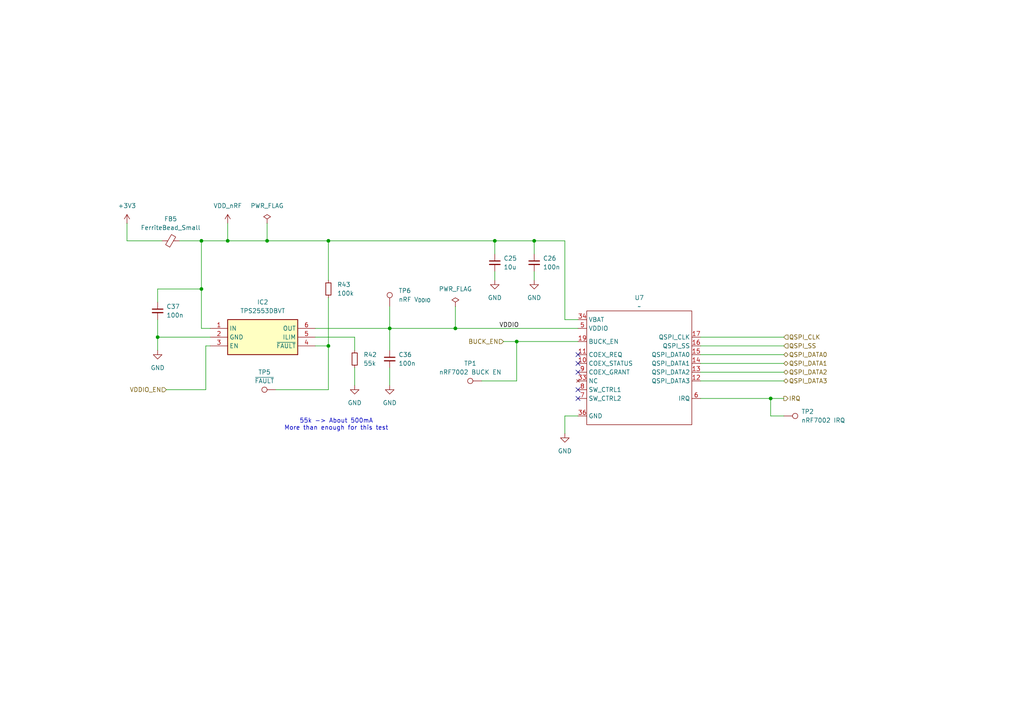
<source format=kicad_sch>
(kicad_sch (version 20231120) (generator "eeschema") (generator_version "8.0")
  (paper "A4")
  (lib_symbols
    (symbol "Connector:TestPoint" (pin_numbers hide) (pin_names (offset 0.762) hide)
      (property "Reference" "TP" (at 0 6.858 0))
      (property "Value" "TestPoint" (at 0 5.08 0))
      (symbol "TestPoint_0_1"
        (circle (center 0 3.302) (radius 0.762))
      )
      (symbol "TestPoint_1_1"
        (pin passive line (at 0 0 90) (length 2.54) (name "1") (number "1"))
      )
    )
    (symbol "Device:C_Small" (pin_numbers hide) (pin_names (offset 0.254) hide)
      (property "Reference" "C" (at 0.254 1.778 0))
      (property "Value" "C_Small" (at 0.254 -2.032 0))
      (symbol "C_Small_0_1"
        (polyline (pts (xy -1.524 -0.508) (xy 1.524 -0.508)) (stroke (width 0.3302)))
        (polyline (pts (xy -1.524 0.508) (xy 1.524 0.508)) (stroke (width 0.3048)))
      )
      (symbol "C_Small_1_1"
        (pin passive line (at 0 2.54 270) (length 2.032) (name "~") (number "1"))
        (pin passive line (at 0 -2.54 90) (length 2.032) (name "~") (number "2"))
      )
    )
    (symbol "Device:FerriteBead_Small" (pin_numbers hide) (pin_names (offset 0))
      (property "Reference" "FB" (at 1.905 1.27 0))
      (property "Value" "FerriteBead_Small" (at 1.905 -1.27 0))
      (symbol "FerriteBead_Small_0_1"
        (polyline (pts (xy 0 -1.27) (xy 0 -0.7874)))
        (polyline (pts (xy 0 0.889) (xy 0 1.2954)))
        (polyline (pts (xy -1.8288 0.2794) (xy -1.1176 1.4986) (xy 1.8288 -0.2032) (xy 1.1176 -1.4224) (xy -1.8288 0.2794)))
      )
      (symbol "FerriteBead_Small_1_1"
        (pin passive line (at 0 2.54 270) (length 1.27) (name "~") (number "1"))
        (pin passive line (at 0 -2.54 90) (length 1.27) (name "~") (number "2"))
      )
    )
    (symbol "Device:R_Small" (pin_numbers hide) (pin_names (offset 0.254) hide)
      (property "Reference" "R" (at 0.762 0.508 0))
      (property "Value" "R_Small" (at 0.762 -1.016 0))
      (symbol "R_Small_0_1"
        (rectangle (start -0.762 1.778) (end 0.762 -1.778) (stroke (width 0.2032)))
      )
      (symbol "R_Small_1_1"
        (pin passive line (at 0 2.54 270) (length 0.762) (name "~") (number "1"))
        (pin passive line (at 0 -2.54 90) (length 0.762) (name "~") (number "2"))
      )
    )
    (symbol "TPS2553DBVT:TPS2553DBVT"
      (property "Reference" "IC" (at 26.67 7.62 0))
      (property "Value" "TPS2553DBVT" (at 26.67 5.08 0))
      (symbol "TPS2553DBVT_1_1"
        (rectangle (start 5.08 2.54) (end 25.4 -7.62) (stroke (width 0.254)) (fill (type background)))
        (pin passive line (at 0 0 0) (length 5.08) (name "IN") (number "1"))
        (pin passive line (at 0 -2.54 0) (length 5.08) (name "GND") (number "2"))
        (pin passive line (at 0 -5.08 0) (length 5.08) (name "EN") (number "3"))
        (pin passive line (at 30.48 -5.08 180) (length 5.08) (name "~{FAULT}") (number "4"))
        (pin passive line (at 30.48 -2.54 180) (length 5.08) (name "ILIM") (number "5"))
        (pin passive line (at 30.48 0 180) (length 5.08) (name "OUT") (number "6"))
      )
    )
    (symbol "nrf7002_module:nrf7002_module"
      (property "Reference" "U" (at 26.67 5.842 0))
      (symbol "nrf7002_module_0_1"
        (rectangle (start 2.54 2.54) (end 33.02 -30.48))
      )
      (symbol "nrf7002_module_1_0"
        (pin no_connect line (at 0 -17.78 0) (length 2.54) (name "NC") (number "33"))
      )
      (symbol "nrf7002_module_1_1"
        (pin no_connect line (at 35.56 -27.94 180) (length 2.54) hide (name "NC") (number "1"))
        (pin input line (at 0 -12.7 0) (length 2.54) (name "COEX_STATUS") (number "10"))
        (pin input line (at 0 -10.16 0) (length 2.54) (name "COEX_REQ") (number "11"))
        (pin bidirectional line (at 35.56 -17.78 180) (length 2.54) (name "QSPI_DATA3") (number "12"))
        (pin bidirectional line (at 35.56 -15.24 180) (length 2.54) (name "QSPI_DATA2") (number "13"))
        (pin bidirectional line (at 35.56 -12.7 180) (length 2.54) (name "QSPI_DATA1") (number "14"))
        (pin bidirectional line (at 35.56 -10.16 180) (length 2.54) (name "QSPI_DATA0") (number "15"))
        (pin input line (at 35.56 -7.62 180) (length 2.54) (name "QSPI_SS") (number "16"))
        (pin input line (at 35.56 -5.08 180) (length 2.54) (name "QSPI_CLK") (number "17"))
        (pin no_connect line (at 35.56 -27.94 180) (length 2.54) hide (name "NC") (number "18"))
        (pin input line (at 0 -6.35 0) (length 2.54) (name "BUCK_EN") (number "19"))
        (pin no_connect line (at 35.56 -27.94 180) (length 2.54) hide (name "NC") (number "2"))
        (pin no_connect line (at 35.56 -27.94 180) (length 2.54) hide (name "VDD_BUCK") (number "20"))
        (pin no_connect line (at 35.56 -27.94 180) (length 2.54) hide (name "NC") (number "21"))
        (pin no_connect line (at 35.56 -27.94 180) (length 2.54) hide (name "NC") (number "22"))
        (pin no_connect line (at 35.56 -27.94 180) (length 2.54) hide (name "NC") (number "23"))
        (pin no_connect line (at 35.56 -27.94 180) (length 2.54) hide (name "NC") (number "24"))
        (pin no_connect line (at 35.56 -27.94 180) (length 2.54) hide (name "NC") (number "25"))
        (pin no_connect line (at 35.56 -27.94 180) (length 2.54) hide (name "NC") (number "26"))
        (pin no_connect line (at 35.56 -27.94 180) (length 2.54) hide (name "NC") (number "27"))
        (pin no_connect line (at 35.56 -27.94 180) (length 2.54) hide (name "NC") (number "28"))
        (pin no_connect line (at 35.56 -27.94 180) (length 2.54) hide (name "NC") (number "29"))
        (pin no_connect line (at 35.56 -27.94 180) (length 2.54) hide (name "NC") (number "3"))
        (pin no_connect line (at 35.56 -27.94 180) (length 2.54) hide (name "NC") (number "30"))
        (pin no_connect line (at 35.56 -27.94 180) (length 2.54) hide (name "NC") (number "31"))
        (pin no_connect line (at 35.56 -27.94 180) (length 2.54) hide (name "PALDO") (number "32"))
        (pin power_in line (at 0 0 0) (length 2.54) (name "VBAT") (number "34"))
        (pin no_connect line (at 35.56 -27.94 180) (length 2.54) hide (name "NC") (number "35"))
        (pin power_in line (at 0 -27.94 0) (length 2.54) (name "GND") (number "36"))
        (pin no_connect line (at 35.56 -27.94 180) (length 2.54) hide (name "PWRIOVDD") (number "4"))
        (pin power_in line (at 0 -2.54 0) (length 2.54) (name "VDDIO") (number "5"))
        (pin output line (at 35.56 -22.86 180) (length 2.54) (name "IRQ") (number "6"))
        (pin input line (at 0 -22.86 0) (length 2.54) (name "SW_CTRL2") (number "7"))
        (pin input line (at 0 -20.32 0) (length 2.54) (name "SW_CTRL1") (number "8"))
        (pin input line (at 0 -15.24 0) (length 2.54) (name "COEX_GRANT") (number "9"))
      )
    )
    (symbol "power:+3V3" (power) (pin_numbers hide) (pin_names (offset 0) hide)
      (property "Value" "+3V3" (at 0 3.556 0))
      (symbol "+3V3_0_1"
        (polyline (pts (xy -0.762 1.27) (xy 0 2.54)))
        (polyline (pts (xy 0 0) (xy 0 2.54)))
        (polyline (pts (xy 0 2.54) (xy 0.762 1.27)))
      )
      (symbol "+3V3_1_1"
        (pin power_in line (at 0 0 90) (length 0) (name "~") (number "1"))
      )
    )
    (symbol "power:GND" (power) (pin_numbers hide) (pin_names (offset 0) hide)
      (property "Value" "GND" (at 0 -3.81 0))
      (symbol "GND_0_1"
        (polyline (pts (xy 0 0) (xy 0 -1.27) (xy 1.27 -1.27) (xy 0 -2.54) (xy -1.27 -1.27) (xy 0 -1.27)))
      )
      (symbol "GND_1_1"
        (pin power_in line (at 0 0 270) (length 0) (name "~") (number "1"))
      )
    )
    (symbol "power:PWR_FLAG" (power) (pin_numbers hide) (pin_names (offset 0) hide)
      (property "Value" "PWR_FLAG" (at 0 3.81 0))
      (symbol "PWR_FLAG_0_0"
        (pin power_out line (at 0 0 90) (length 0) (name "~") (number "1"))
      )
      (symbol "PWR_FLAG_0_1"
        (polyline (pts (xy 0 0) (xy 0 1.27) (xy -1.016 1.905) (xy 0 2.54) (xy 1.016 1.905) (xy 0 1.27)))
      )
    )
  )
  (junction (at 132.08 95.25))
  (junction (at 95.25 69.85))
  (junction (at 113.03 95.25))
  (junction (at 77.47 69.85))
  (junction (at 223.52 115.57))
  (junction (at 95.25 100.33))
  (junction (at 149.86 99.06))
  (junction (at 154.94 69.85))
  (junction (at 66.04 69.85))
  (junction (at 143.51 69.85))
  (junction (at 58.42 83.82))
  (junction (at 58.42 69.85))
  (junction (at 45.72 97.79))
  (no_connect (at 167.64 107.95))
  (no_connect (at 167.64 113.03))
  (no_connect (at 167.64 105.41))
  (no_connect (at 167.64 115.57))
  (no_connect (at 167.64 102.87))
  (wire (pts (xy 77.47 64.77) (xy 77.47 69.85)))
  (wire (pts (xy 48.26 113.03) (xy 59.69 113.03)))
  (wire (pts (xy 154.94 69.85) (xy 163.83 69.85)))
  (wire (pts (xy 77.47 69.85) (xy 95.25 69.85)))
  (wire (pts (xy 58.42 69.85) (xy 66.04 69.85)))
  (wire (pts (xy 163.83 120.65) (xy 163.83 125.73)))
  (wire (pts (xy 102.87 106.68) (xy 102.87 111.76)))
  (wire (pts (xy 203.2 97.79) (xy 227.33 97.79)))
  (wire (pts (xy 102.87 97.79) (xy 102.87 101.6)))
  (wire (pts (xy 95.25 113.03) (xy 80.01 113.03)))
  (wire (pts (xy 143.51 69.85) (xy 154.94 69.85)))
  (wire (pts (xy 203.2 110.49) (xy 227.33 110.49)))
  (wire (pts (xy 59.69 113.03) (xy 59.69 100.33)))
  (wire (pts (xy 154.94 78.74) (xy 154.94 81.28)))
  (wire (pts (xy 227.33 120.65) (xy 223.52 120.65)))
  (wire (pts (xy 45.72 87.63) (xy 45.72 83.82)))
  (wire (pts (xy 45.72 92.71) (xy 45.72 97.79)))
  (wire (pts (xy 59.69 100.33) (xy 60.96 100.33)))
  (wire (pts (xy 45.72 83.82) (xy 58.42 83.82)))
  (wire (pts (xy 163.83 69.85) (xy 163.83 92.71)))
  (wire (pts (xy 143.51 78.74) (xy 143.51 81.28)))
  (wire (pts (xy 203.2 105.41) (xy 227.33 105.41)))
  (wire (pts (xy 66.04 64.77) (xy 66.04 69.85)))
  (wire (pts (xy 139.7 110.49) (xy 149.86 110.49)))
  (wire (pts (xy 132.08 95.25) (xy 167.64 95.25)))
  (wire (pts (xy 66.04 69.85) (xy 77.47 69.85)))
  (wire (pts (xy 58.42 83.82) (xy 58.42 95.25)))
  (wire (pts (xy 203.2 100.33) (xy 227.33 100.33)))
  (wire (pts (xy 149.86 99.06) (xy 167.64 99.06)))
  (wire (pts (xy 91.44 95.25) (xy 113.03 95.25)))
  (wire (pts (xy 45.72 97.79) (xy 45.72 101.6)))
  (wire (pts (xy 113.03 106.68) (xy 113.03 111.76)))
  (wire (pts (xy 58.42 95.25) (xy 60.96 95.25)))
  (wire (pts (xy 113.03 95.25) (xy 132.08 95.25)))
  (wire (pts (xy 52.07 69.85) (xy 58.42 69.85)))
  (wire (pts (xy 45.72 97.79) (xy 60.96 97.79)))
  (wire (pts (xy 58.42 69.85) (xy 58.42 83.82)))
  (wire (pts (xy 149.86 110.49) (xy 149.86 99.06)))
  (wire (pts (xy 36.83 69.85) (xy 46.99 69.85)))
  (wire (pts (xy 203.2 102.87) (xy 227.33 102.87)))
  (wire (pts (xy 95.25 69.85) (xy 95.25 81.28)))
  (wire (pts (xy 163.83 92.71) (xy 167.64 92.71)))
  (wire (pts (xy 113.03 88.9) (xy 113.03 95.25)))
  (wire (pts (xy 113.03 95.25) (xy 113.03 101.6)))
  (wire (pts (xy 223.52 120.65) (xy 223.52 115.57)))
  (wire (pts (xy 91.44 100.33) (xy 95.25 100.33)))
  (wire (pts (xy 91.44 97.79) (xy 102.87 97.79)))
  (wire (pts (xy 223.52 115.57) (xy 227.33 115.57)))
  (wire (pts (xy 167.64 120.65) (xy 163.83 120.65)))
  (wire (pts (xy 95.25 69.85) (xy 143.51 69.85)))
  (wire (pts (xy 36.83 64.77) (xy 36.83 69.85)))
  (wire (pts (xy 95.25 100.33) (xy 95.25 113.03)))
  (wire (pts (xy 143.51 69.85) (xy 143.51 73.66)))
  (wire (pts (xy 95.25 86.36) (xy 95.25 100.33)))
  (wire (pts (xy 203.2 107.95) (xy 227.33 107.95)))
  (wire (pts (xy 203.2 115.57) (xy 223.52 115.57)))
  (wire (pts (xy 154.94 69.85) (xy 154.94 73.66)))
  (wire (pts (xy 146.05 99.06) (xy 149.86 99.06)))
  (wire (pts (xy 132.08 88.9) (xy 132.08 95.25)))
  (text "55k -> About 500mA\nMore than enough for this test" (at 97.536 123.19 0) (effects (font (size 1.27 1.27))))
  (label "VDDIO" (at 144.78 95.25 0))
  (hierarchical_label "QSPI_DATA1" (shape bidirectional) (at 227.33 105.41 0))
  (hierarchical_label "QSPI_SS" (shape input) (at 227.33 100.33 0))
  (hierarchical_label "BUCK_EN" (shape input) (at 146.05 99.06 180))
  (hierarchical_label "VDDIO_EN" (shape input) (at 48.26 113.03 180))
  (hierarchical_label "QSPI_DATA3" (shape bidirectional) (at 227.33 110.49 0))
  (hierarchical_label "QSPI_DATA2" (shape bidirectional) (at 227.33 107.95 0))
  (hierarchical_label "QSPI_DATA0" (shape bidirectional) (at 227.33 102.87 0))
  (hierarchical_label "QSPI_CLK" (shape input) (at 227.33 97.79 0))
  (hierarchical_label "IRQ" (shape output) (at 227.33 115.57 0))
  (symbol (lib_id "Connector:TestPoint") (at 139.7 110.49 90) (unit 1)
    (property "Reference" "TP1" (at 136.398 105.41 90))
    (property "Value" "nRF7002 BUCK EN" (at 136.398 107.95 90))
    (property "Footprint" "TestPoint:TestPoint_Pad_D1.5mm" (effects (hide yes)))
    (property "Description" "test point" (effects (hide yes)))
  )
  (symbol (lib_id "Device:C_Small") (at 143.51 76.2 0) (unit 1)
    (property "Reference" "C25" (at 146.05 74.9362 0) (effects (justify left)))
    (property "Value" "10u" (at 146.05 77.4762 0) (effects (justify left)))
    (property "Footprint" "Capacitor_SMD:C_0603_1608Metric_Pad1.08x0.95mm_HandSolder" (effects (hide yes)))
    (property "Description" "Unpolarized capacitor, small symbol" (effects (hide yes)))
  )
  (symbol (lib_id "power:GND") (at 143.51 81.28 0) (unit 1)
    (property "Reference" "#PWR072" (effects (hide yes)))
    (property "Value" "GND" (at 143.51 86.36 0))
    (property "Description" "Power symbol creates a global label with name \"GND\" , ground" (effects (hide yes)))
  )
  (symbol (lib_id "nrf7002_module:nrf7002_module") (at 167.64 92.71 0) (unit 1)
    (property "Reference" "U7" (at 185.42 86.36 0))
    (property "Value" "~" (at 185.42 88.9 0))
  )
  (symbol (lib_id "power:+3V3") (at 36.83 64.77 0) (unit 1)
    (property "Reference" "#PWR071" (effects (hide yes)))
    (property "Value" "+3V3" (at 36.83 59.69 0))
    (property "Description" "Power symbol creates a global label with name \"+3V3\"" (effects (hide yes)))
  )
  (symbol (lib_id "Connector:TestPoint") (at 80.01 113.03 90) (unit 1)
    (property "Reference" "TP5" (at 76.708 107.95 90))
    (property "Value" "~{FAULT}" (at 76.708 110.49 90))
    (property "Footprint" "TestPoint:TestPoint_Pad_D1.5mm" (effects (hide yes)))
    (property "Description" "test point" (effects (hide yes)))
  )
  (symbol (lib_id "Device:R_Small") (at 102.87 104.14 0) (unit 1)
    (property "Reference" "R42" (at 105.41 102.8699 0) (effects (justify left)))
    (property "Value" "55k" (at 105.41 105.4099 0) (effects (justify left)))
    (property "Footprint" "Resistor_SMD:R_0603_1608Metric_Pad0.98x0.95mm_HandSolder" (effects (hide yes)))
    (property "Description" "Resistor, small symbol" (effects (hide yes)))
  )
  (symbol (lib_id "Device:C_Small") (at 113.03 104.14 0) (unit 1)
    (property "Reference" "C36" (at 115.57 102.8762 0) (effects (justify left)))
    (property "Value" "100n" (at 115.57 105.4162 0) (effects (justify left)))
    (property "Footprint" "Capacitor_SMD:C_0603_1608Metric_Pad1.08x0.95mm_HandSolder" (effects (hide yes)))
    (property "Description" "Unpolarized capacitor, small symbol" (effects (hide yes)))
  )
  (symbol (lib_id "TPS2553DBVT:TPS2553DBVT") (at 60.96 95.25 0) (unit 1)
    (property "Reference" "IC2" (at 76.2 87.63 0))
    (property "Value" "TPS2553DBVT" (at 76.2 90.17 0))
    (property "Footprint" "SOT95P280X145-6N" (effects (hide yes)))
    (property "Datasheet" "http://www.ti.com/lit/ds/symlink/tps2553.pdf" (effects (hide yes)))
    (property "Description" "Adjustable, Active High, Constant-Current, Current-Limited Power-Distribution Switch" (effects (hide yes)))
    (property "Height" "1.45" (effects (hide yes)))
    (property "Manufacturer_Name" "Texas Instruments" (effects (hide yes)))
    (property "Manufacturer_Part_Number" "TPS2553DBVT" (effects (hide yes)))
    (property "Mouser Part Number" "595-TPS2553DBVT" (effects (hide yes)))
    (property "Mouser Price/Stock" "https://www.mouser.co.uk/ProductDetail/Texas-Instruments/TPS2553DBVT?qs=QZKT0uTfj2KYZNhvDa5ewg%3D%3D" (effects (hide yes)))
    (property "Arrow Part Number" "TPS2553DBVT" (effects (hide yes)))
    (property "Arrow Price/Stock" "https://www.arrow.com/en/products/tps2553dbvt/texas-instruments?utm_currency=USD&region=nac" (effects (hide yes)))
  )
  (symbol (lib_id "power:GND") (at 163.83 125.73 0) (unit 1)
    (property "Reference" "#PWR074" (effects (hide yes)))
    (property "Value" "GND" (at 163.83 130.81 0))
    (property "Description" "Power symbol creates a global label with name \"GND\" , ground" (effects (hide yes)))
  )
  (symbol (lib_id "Device:C_Small") (at 45.72 90.17 0) (unit 1)
    (property "Reference" "C37" (at 48.26 88.9062 0) (effects (justify left)))
    (property "Value" "100n" (at 48.26 91.4462 0) (effects (justify left)))
    (property "Footprint" "Capacitor_SMD:C_0603_1608Metric_Pad1.08x0.95mm_HandSolder" (effects (hide yes)))
    (property "Description" "Unpolarized capacitor, small symbol" (effects (hide yes)))
  )
  (symbol (lib_id "power:GND") (at 113.03 111.76 0) (unit 1)
    (property "Reference" "#PWR098" (effects (hide yes)))
    (property "Value" "GND" (at 113.03 116.84 0))
    (property "Description" "Power symbol creates a global label with name \"GND\" , ground" (effects (hide yes)))
  )
  (symbol (lib_id "Connector:TestPoint") (at 113.03 88.9 0) (unit 1)
    (property "Reference" "TP6" (at 115.57 84.3279 0) (effects (justify left)))
    (property "Value" "nRF V_{DDIO}" (at 115.57 86.8679 0) (effects (justify left)))
    (property "Footprint" "TestPoint:TestPoint_Pad_D1.5mm" (effects (hide yes)))
    (property "Description" "test point" (effects (hide yes)))
  )
  (symbol (lib_id "power:GND") (at 45.72 101.6 0) (unit 1)
    (property "Reference" "#PWR099" (effects (hide yes)))
    (property "Value" "GND" (at 45.72 106.68 0))
    (property "Description" "Power symbol creates a global label with name \"GND\" , ground" (effects (hide yes)))
  )
  (symbol (lib_id "Device:R_Small") (at 95.25 83.82 0) (unit 1)
    (property "Reference" "R43" (at 97.79 82.5499 0) (effects (justify left)))
    (property "Value" "100k" (at 97.79 85.0899 0) (effects (justify left)))
    (property "Footprint" "Resistor_SMD:R_0603_1608Metric_Pad0.98x0.95mm_HandSolder" (effects (hide yes)))
    (property "Description" "Resistor, small symbol" (effects (hide yes)))
  )
  (symbol (lib_id "Connector:TestPoint") (at 227.33 120.65 270) (unit 1)
    (property "Reference" "TP2" (at 232.41 119.3799 90) (effects (justify left)))
    (property "Value" "nRF7002 IRQ" (at 232.41 121.9199 90) (effects (justify left)))
    (property "Footprint" "TestPoint:TestPoint_Pad_D1.5mm" (effects (hide yes)))
    (property "Description" "test point" (effects (hide yes)))
  )
  (symbol (lib_id "power:GND") (at 154.94 81.28 0) (unit 1)
    (property "Reference" "#PWR073" (effects (hide yes)))
    (property "Value" "GND" (at 154.94 86.36 0))
    (property "Description" "Power symbol creates a global label with name \"GND\" , ground" (effects (hide yes)))
  )
  (symbol (lib_id "power:+3V3") (at 66.04 64.77 0) (unit 1)
    (property "Reference" "#PWR095" (effects (hide yes)))
    (property "Value" "VDD_nRF" (at 66.04 59.69 0))
    (property "Description" "Power symbol creates a global label with name \"+3V3\"" (effects (hide yes)))
  )
  (symbol (lib_id "power:PWR_FLAG") (at 77.47 64.77 0) (unit 1)
    (property "Reference" "#FLG03" (effects (hide yes)))
    (property "Value" "PWR_FLAG" (at 77.47 59.69 0))
    (property "Description" "Special symbol for telling ERC where power comes from" (effects (hide yes)))
  )
  (symbol (lib_id "power:GND") (at 102.87 111.76 0) (unit 1)
    (property "Reference" "#PWR097" (effects (hide yes)))
    (property "Value" "GND" (at 102.87 116.84 0))
    (property "Description" "Power symbol creates a global label with name \"GND\" , ground" (effects (hide yes)))
  )
  (symbol (lib_id "Device:C_Small") (at 154.94 76.2 0) (unit 1)
    (property "Reference" "C26" (at 157.48 74.9362 0) (effects (justify left)))
    (property "Value" "100n" (at 157.48 77.4762 0) (effects (justify left)))
    (property "Footprint" "Capacitor_SMD:C_0603_1608Metric_Pad1.08x0.95mm_HandSolder" (effects (hide yes)))
    (property "Description" "Unpolarized capacitor, small symbol" (effects (hide yes)))
  )
  (symbol (lib_id "Device:FerriteBead_Small") (at 49.53 69.85 90) (unit 1)
    (property "Reference" "FB5" (at 49.4919 63.5 90))
    (property "Value" "FerriteBead_Small" (at 49.4919 66.04 90))
    (property "Description" "Ferrite bead, small symbol" (effects (hide yes)))
  )
  (symbol (lib_id "power:PWR_FLAG") (at 132.08 88.9 0) (unit 1)
    (property "Reference" "#FLG04" (effects (hide yes)))
    (property "Value" "PWR_FLAG" (at 132.08 83.82 0))
    (property "Description" "Special symbol for telling ERC where power comes from" (effects (hide yes)))
  )
)
</source>
